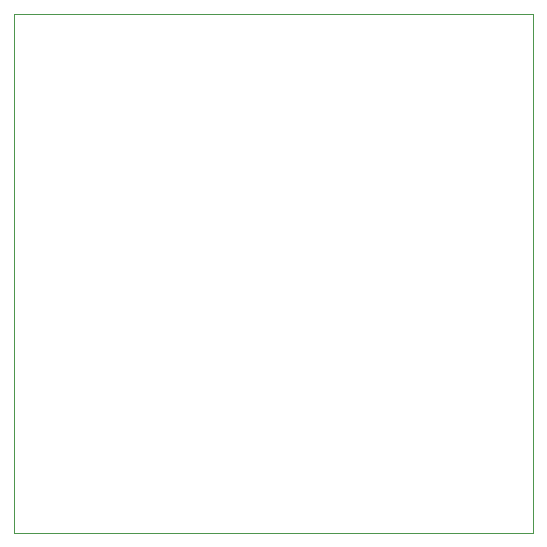
<source format=gbr>
G04 #@! TF.FileFunction,Profile,NP*
%FSLAX46Y46*%
G04 Gerber Fmt 4.6, Leading zero omitted, Abs format (unit mm)*
G04 Created by KiCad (PCBNEW 4.0.7-e2-6376~60~ubuntu17.10.1) date Wed Nov 22 12:07:43 2017*
%MOMM*%
%LPD*%
G01*
G04 APERTURE LIST*
%ADD10C,0.100000*%
G04 APERTURE END LIST*
D10*
X135700000Y-134300000D02*
X135700000Y-90300000D01*
X91700000Y-134300000D02*
X135700000Y-134300000D01*
X91700000Y-90300000D02*
X91700000Y-134300000D01*
X135700000Y-90300000D02*
X91700000Y-90300000D01*
M02*

</source>
